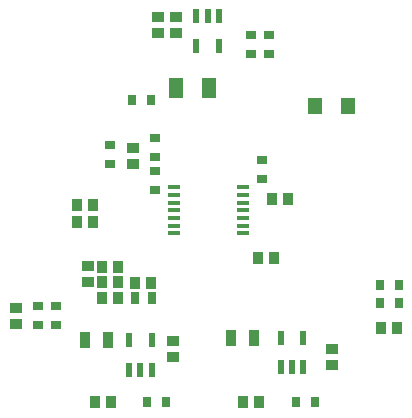
<source format=gbp>
G04 Layer_Color=16770453*
%FSAX44Y44*%
%MOMM*%
G71*
G01*
G75*
%ADD16R,0.9000X1.3500*%
%ADD17R,0.7000X0.9000*%
%ADD18R,0.9000X0.7000*%
%ADD19R,0.9000X1.0000*%
%ADD20R,1.0000X0.9000*%
%ADD43R,1.3000X1.8000*%
%ADD44R,0.6096X1.1684*%
%ADD45R,1.2500X1.3500*%
%ADD46R,0.7700X0.9800*%
%ADD47R,0.9906X0.3048*%
D16*
X00228190Y00082100D02*
D03*
X00208690D02*
D03*
X00105000Y00079785D02*
D03*
X00085500D02*
D03*
D17*
X00350900Y00126775D02*
D03*
X00334900D02*
D03*
X00334900Y00111535D02*
D03*
X00350900D02*
D03*
X00141350Y00282985D02*
D03*
X00125350D02*
D03*
X00263780Y00027490D02*
D03*
X00279780D02*
D03*
X00138050Y00027715D02*
D03*
X00154050D02*
D03*
D18*
X00045720Y00108685D02*
D03*
Y00092685D02*
D03*
X00060960Y00092685D02*
D03*
Y00108685D02*
D03*
X00144780Y00223295D02*
D03*
Y00207295D02*
D03*
Y00235235D02*
D03*
Y00251235D02*
D03*
X00106680Y00229265D02*
D03*
Y00245265D02*
D03*
X00234950Y00216790D02*
D03*
Y00232790D02*
D03*
X00226060Y00322200D02*
D03*
Y00338200D02*
D03*
X00241300Y00322200D02*
D03*
Y00338200D02*
D03*
D19*
X00091840Y00194310D02*
D03*
X00078340D02*
D03*
X00091840Y00180340D02*
D03*
X00078340D02*
D03*
X00113430Y00129315D02*
D03*
X00099930D02*
D03*
X00113430Y00142240D02*
D03*
X00099930D02*
D03*
X00127870Y00128045D02*
D03*
X00141370D02*
D03*
X00113430Y00115345D02*
D03*
X00099930D02*
D03*
X00245010Y00149605D02*
D03*
X00231510D02*
D03*
X00349650Y00089945D02*
D03*
X00336150D02*
D03*
X00232810Y00027490D02*
D03*
X00219310D02*
D03*
X00107080Y00027715D02*
D03*
X00093580D02*
D03*
X00243440Y00199165D02*
D03*
X00256940D02*
D03*
D20*
X00087630Y00142640D02*
D03*
Y00129140D02*
D03*
X00026670Y00093580D02*
D03*
Y00107080D02*
D03*
X00125730Y00242970D02*
D03*
Y00229470D02*
D03*
X00162560Y00339735D02*
D03*
Y00353235D02*
D03*
X00147320Y00339735D02*
D03*
Y00353235D02*
D03*
X00294640Y00059290D02*
D03*
Y00072790D02*
D03*
X00160020Y00079140D02*
D03*
Y00065640D02*
D03*
D43*
X00162030Y00293115D02*
D03*
X00190030D02*
D03*
D44*
X00179596Y00354130D02*
D03*
X00189248D02*
D03*
X00198748D02*
D03*
Y00328930D02*
D03*
X00179596D02*
D03*
X00270002Y00056900D02*
D03*
X00260350D02*
D03*
X00250850D02*
D03*
Y00082100D02*
D03*
X00270002D02*
D03*
X00141732Y00054585D02*
D03*
X00132080D02*
D03*
X00122580D02*
D03*
Y00079785D02*
D03*
X00141732D02*
D03*
D45*
X00308250Y00278505D02*
D03*
X00279750D02*
D03*
D46*
X00141770Y00115345D02*
D03*
X00127470D02*
D03*
D47*
X00160790Y00209500D02*
D03*
Y00203000D02*
D03*
Y00196500D02*
D03*
Y00190000D02*
D03*
Y00183396D02*
D03*
Y00176792D02*
D03*
Y00170442D02*
D03*
X00219178D02*
D03*
Y00176792D02*
D03*
Y00183396D02*
D03*
Y00190000D02*
D03*
Y00196500D02*
D03*
Y00203000D02*
D03*
Y00209500D02*
D03*
M02*

</source>
